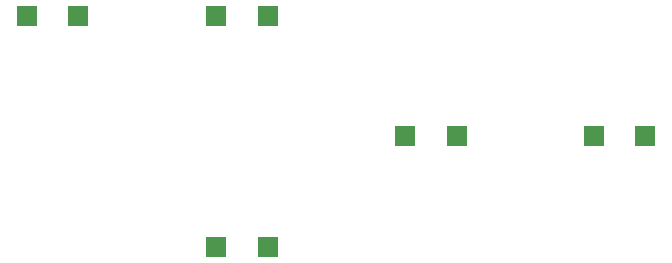
<source format=gbp>
G04 Layer: BottomPasteMaskLayer*
G04 EasyEDA Pro v2.2.45.4, 2025-12-25 15:41:57*
G04 Gerber Generator version 0.3*
G04 Scale: 100 percent, Rotated: No, Reflected: No*
G04 Dimensions in millimeters*
G04 Leading zeros omitted, absolute positions, 4 integers and 5 decimals*
G04 Generated by custom config*
%FSLAX45Y45*%
%MOMM*%
%ADD10R,1.8X1.7*%
%ADD11C,0.0523*%
G75*


G04 Pad Start*
G54D10*
G01X5609806Y1724637D03*
G01X6048312Y1724637D03*
G01X1247712Y2740637D03*
G01X809206Y2740637D03*
G01X4010707Y1719449D03*
G01X4449213Y1719449D03*
G01X2410507Y784703D03*
G01X2849013Y784703D03*
G01X2410507Y2740503D03*
G01X2849013Y2740503D03*
G04 Pad End*

M02*


</source>
